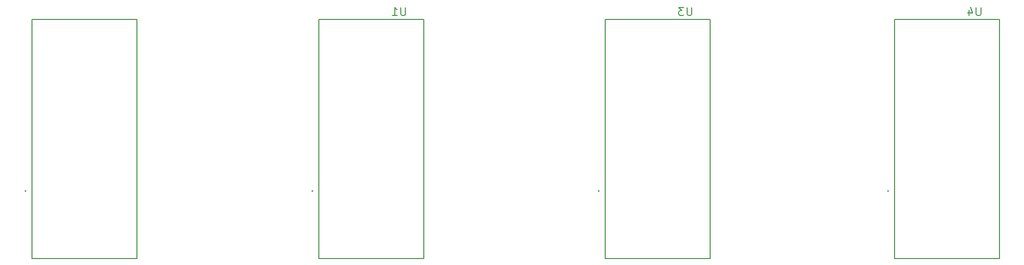
<source format=gbr>
%TF.GenerationSoftware,KiCad,Pcbnew,9.0.0*%
%TF.CreationDate,2025-03-13T12:01:59+01:00*%
%TF.ProjectId,chessboard_pcb,63686573-7362-46f6-9172-645f7063622e,rev?*%
%TF.SameCoordinates,Original*%
%TF.FileFunction,Legend,Bot*%
%TF.FilePolarity,Positive*%
%FSLAX46Y46*%
G04 Gerber Fmt 4.6, Leading zero omitted, Abs format (unit mm)*
G04 Created by KiCad (PCBNEW 9.0.0) date 2025-03-13 12:01:59*
%MOMM*%
%LPD*%
G01*
G04 APERTURE LIST*
%ADD10C,0.150000*%
%ADD11C,0.127000*%
%ADD12C,0.200000*%
G04 APERTURE END LIST*
D10*
X147261666Y-54938366D02*
X147261666Y-56071700D01*
X147261666Y-56071700D02*
X147195000Y-56205033D01*
X147195000Y-56205033D02*
X147128333Y-56271700D01*
X147128333Y-56271700D02*
X146995000Y-56338366D01*
X146995000Y-56338366D02*
X146728333Y-56338366D01*
X146728333Y-56338366D02*
X146595000Y-56271700D01*
X146595000Y-56271700D02*
X146528333Y-56205033D01*
X146528333Y-56205033D02*
X146461666Y-56071700D01*
X146461666Y-56071700D02*
X146461666Y-54938366D01*
X145061666Y-56338366D02*
X145861666Y-56338366D01*
X145461666Y-56338366D02*
X145461666Y-54938366D01*
X145461666Y-54938366D02*
X145594999Y-55138366D01*
X145594999Y-55138366D02*
X145728333Y-55271700D01*
X145728333Y-55271700D02*
X145861666Y-55338366D01*
X195761666Y-54938366D02*
X195761666Y-56071700D01*
X195761666Y-56071700D02*
X195695000Y-56205033D01*
X195695000Y-56205033D02*
X195628333Y-56271700D01*
X195628333Y-56271700D02*
X195495000Y-56338366D01*
X195495000Y-56338366D02*
X195228333Y-56338366D01*
X195228333Y-56338366D02*
X195095000Y-56271700D01*
X195095000Y-56271700D02*
X195028333Y-56205033D01*
X195028333Y-56205033D02*
X194961666Y-56071700D01*
X194961666Y-56071700D02*
X194961666Y-54938366D01*
X194428333Y-54938366D02*
X193561666Y-54938366D01*
X193561666Y-54938366D02*
X194028333Y-55471700D01*
X194028333Y-55471700D02*
X193828333Y-55471700D01*
X193828333Y-55471700D02*
X193694999Y-55538366D01*
X193694999Y-55538366D02*
X193628333Y-55605033D01*
X193628333Y-55605033D02*
X193561666Y-55738366D01*
X193561666Y-55738366D02*
X193561666Y-56071700D01*
X193561666Y-56071700D02*
X193628333Y-56205033D01*
X193628333Y-56205033D02*
X193694999Y-56271700D01*
X193694999Y-56271700D02*
X193828333Y-56338366D01*
X193828333Y-56338366D02*
X194228333Y-56338366D01*
X194228333Y-56338366D02*
X194361666Y-56271700D01*
X194361666Y-56271700D02*
X194428333Y-56205033D01*
X244761666Y-54938366D02*
X244761666Y-56071700D01*
X244761666Y-56071700D02*
X244695000Y-56205033D01*
X244695000Y-56205033D02*
X244628333Y-56271700D01*
X244628333Y-56271700D02*
X244495000Y-56338366D01*
X244495000Y-56338366D02*
X244228333Y-56338366D01*
X244228333Y-56338366D02*
X244095000Y-56271700D01*
X244095000Y-56271700D02*
X244028333Y-56205033D01*
X244028333Y-56205033D02*
X243961666Y-56071700D01*
X243961666Y-56071700D02*
X243961666Y-54938366D01*
X242694999Y-55405033D02*
X242694999Y-56338366D01*
X243028333Y-54871700D02*
X243361666Y-55871700D01*
X243361666Y-55871700D02*
X242494999Y-55871700D01*
D11*
%TO.C,U1*%
X132610000Y-56967500D02*
X150390000Y-56967500D01*
X132610000Y-97607500D02*
X132610000Y-56967500D01*
X150390000Y-56967500D02*
X150390000Y-97607500D01*
X150390000Y-97607500D02*
X132610000Y-97607500D01*
D12*
X131600000Y-86177500D02*
G75*
G02*
X131400000Y-86177500I-100000J0D01*
G01*
X131400000Y-86177500D02*
G75*
G02*
X131600000Y-86177500I100000J0D01*
G01*
D11*
%TO.C,U3*%
X181110000Y-56967500D02*
X198890000Y-56967500D01*
X181110000Y-97607500D02*
X181110000Y-56967500D01*
X198890000Y-56967500D02*
X198890000Y-97607500D01*
X198890000Y-97607500D02*
X181110000Y-97607500D01*
D12*
X180100000Y-86177500D02*
G75*
G02*
X179900000Y-86177500I-100000J0D01*
G01*
X179900000Y-86177500D02*
G75*
G02*
X180100000Y-86177500I100000J0D01*
G01*
D11*
%TO.C,U4*%
X230110000Y-56967500D02*
X247890000Y-56967500D01*
X230110000Y-97607500D02*
X230110000Y-56967500D01*
X247890000Y-56967500D02*
X247890000Y-97607500D01*
X247890000Y-97607500D02*
X230110000Y-97607500D01*
D12*
X229100000Y-86177500D02*
G75*
G02*
X228900000Y-86177500I-100000J0D01*
G01*
X228900000Y-86177500D02*
G75*
G02*
X229100000Y-86177500I100000J0D01*
G01*
D11*
%TO.C,multiplexer*%
X84008750Y-56967500D02*
X101788750Y-56967500D01*
X84008750Y-97607500D02*
X84008750Y-56967500D01*
X101788750Y-56967500D02*
X101788750Y-97607500D01*
X101788750Y-97607500D02*
X84008750Y-97607500D01*
D12*
X82998750Y-86177500D02*
G75*
G02*
X82798750Y-86177500I-100000J0D01*
G01*
X82798750Y-86177500D02*
G75*
G02*
X82998750Y-86177500I100000J0D01*
G01*
%TD*%
M02*

</source>
